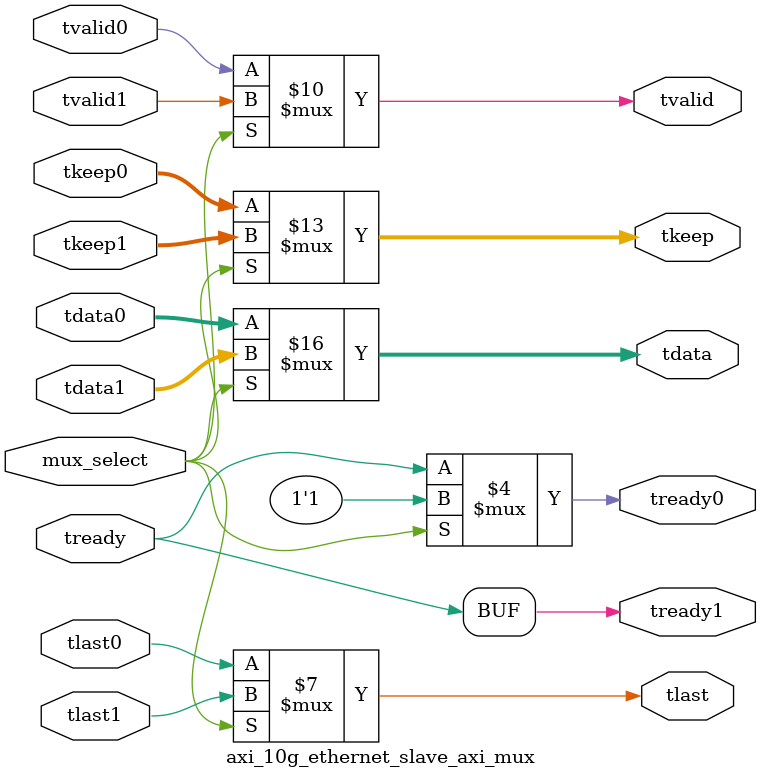
<source format=v>

`timescale 1 ps/1 ps

module axi_10g_ethernet_slave_axi_mux (
   input                   mux_select,

   // mux inputs
   input       [63:0]      tdata0,
   input       [7:0]       tkeep0,
   input                   tvalid0,
   input                   tlast0,
   output reg              tready0,

   input       [63:0]      tdata1,
   input       [7:0]       tkeep1,
   input                   tvalid1,
   input                   tlast1,
   output reg              tready1,

   // mux outputs
   output reg  [63:0]      tdata,
   output reg  [7:0]       tkeep,
   output reg              tvalid,
   output reg              tlast,
   input                   tready
);

always @(mux_select or tdata0 or tvalid0 or tlast0 or tdata1 or tkeep0 or tkeep1 or
         tvalid1 or tlast1)
begin
   if (mux_select) begin
      tdata    = tdata1;
      tkeep    = tkeep1;
      tvalid   = tvalid1;
      tlast    = tlast1;
   end
   else begin
      tdata    = tdata0;
      tkeep    = tkeep0;
      tvalid   = tvalid0;
      tlast    = tlast0;
   end
end

always @(mux_select or tready)
begin
   if (mux_select) begin
      tready0  = 1'b1;
   end
   else begin
      tready0  = tready;
   end
   tready1     = tready;
end

endmodule

</source>
